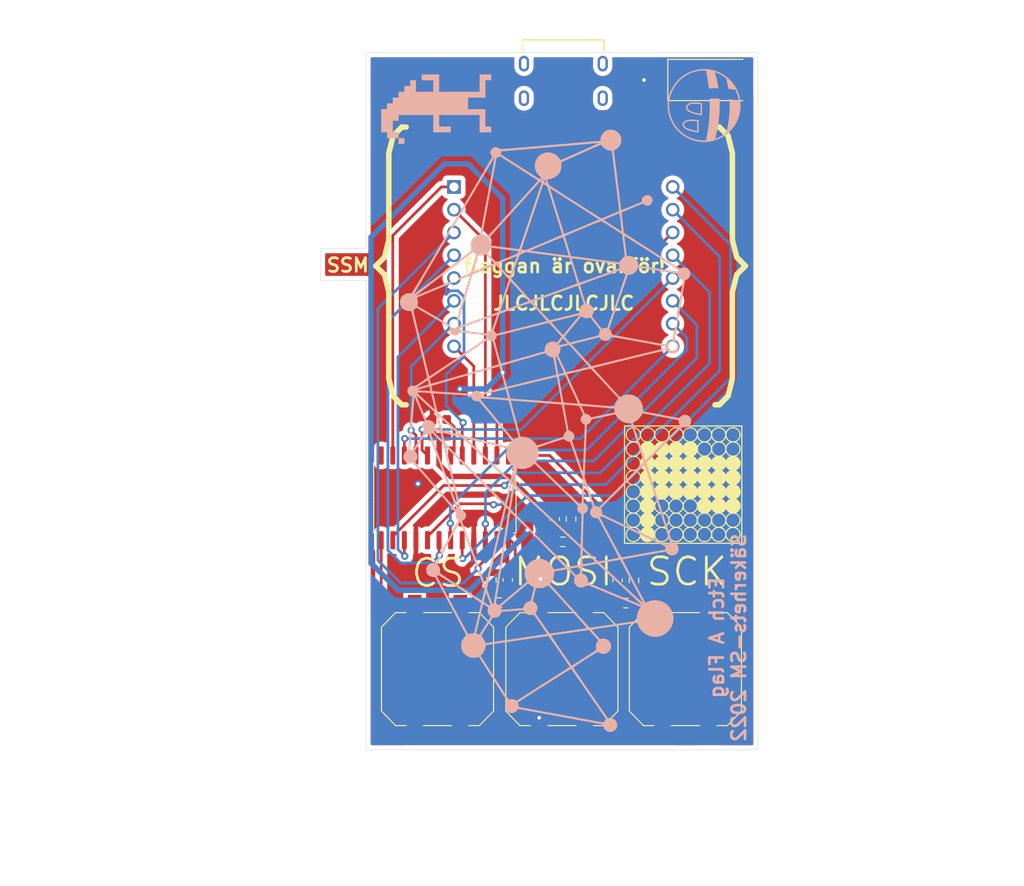
<source format=kicad_pcb>
(kicad_pcb (version 20211014) (generator pcbnew)
  (layers (0 "F.Cu" signal) (31 "B.Cu" signal) (34 "B.Paste" user) (35 "F.Paste" user) (36 "B.SilkS" user "B.Silkscreen") (37 "F.SilkS" user "F.Silkscreen") (38 "B.Mask" user) (39 "F.Mask" user) (44 "Edge.Cuts" user))
  (net 0 "")
  (net 1 "GND")
  (net 2 "VCC")
  (net 3 "MOSI")
  (net 4 "SCK")
  (net 5 "c8")
  (net 6 "c7")
  (net 7 "r2")
  (net 8 "c1")
  (net 9 "c6")
  (net 10 "c4")
  (net 11 "r1")
  (net 12 "r3")
  (net 13 "c5")
  (net 14 "r8")
  (net 15 "c3")
  (net 16 "c2")
  (net 17 "r7")
  (net 18 "Net-(R1-Pad1)")
  (net 20 "CS")
  (net 21 "Net-(R2-Pad1)")
  (net 22 "Net-(R4-Pad1)")
  (net 23 "Net-(R6-Pad1)")
  (net 24 "r5")
  (net 25 "r6")
  (net 26 "r4")
  (footprint "Capacitor_SMD:C_0603_1608Metric_Pad1.08x0.95mm_HandSolder" (layer "F.Cu") (at 132.6 126.4 90)
    (fp_text reference "C1" hide)
    (fp_text value "100n")
  )
  (footprint "Capacitor_SMD:C_0603_1608Metric_Pad1.08x0.95mm_HandSolder" (layer "F.Cu") (at 125.7 119.674 90)
    (fp_text reference "C2" hide)
    (fp_text value "100n")
  )
  (footprint "Capacitor_SMD:C_0603_1608Metric_Pad1.08x0.95mm_HandSolder" (layer "F.Cu") (at 120.55 126.35 90)
    (fp_text reference "C3" hide)
    (fp_text value "100n")
  )
  (footprint "Resistor_SMD:R_0603_1608Metric_Pad0.98x0.95mm_HandSolder" (layer "F.Cu") (at 113.85 109.6625 -90)
    (fp_text reference "R1" hide)
    (fp_text value "60k")
  )
  (footprint "Resistor_SMD:R_0603_1608Metric_Pad0.98x0.95mm_HandSolder" (layer "F.Cu") (at 134.4 126.4125 90)
    (fp_text reference "R2" hide)
    (fp_text value "1k")
  )
  (footprint "Resistor_SMD:R_0603_1608Metric_Pad0.98x0.95mm_HandSolder" (layer "F.Cu") (at 133.5 128.9 180)
    (fp_text reference "R3" hide)
    (fp_text value "1k")
  )
  (footprint "Resistor_SMD:R_0603_1608Metric_Pad0.98x0.95mm_HandSolder" (layer "F.Cu") (at 127.5 119.674 90)
    (fp_text reference "R4" hide)
    (fp_text value "1k")
  )
  (footprint "Resistor_SMD:R_0603_1608Metric_Pad0.98x0.95mm_HandSolder" (layer "F.Cu") (at 126.6 122.174 180)
    (fp_text reference "R5" hide)
    (fp_text value "1k")
  )
  (footprint "Resistor_SMD:R_0603_1608Metric_Pad0.98x0.95mm_HandSolder" (layer "F.Cu") (at 118.75 126.35 90)
    (fp_text reference "R6" hide)
    (fp_text value "1k")
  )
  (footprint "Resistor_SMD:R_0603_1608Metric_Pad0.98x0.95mm_HandSolder" (layer "F.Cu") (at 119.6375 128.85)
    (fp_text reference "R7" hide)
    (fp_text value "1k")
  )
  (footprint "personal:8x8_1.25_dot_matrix" (layer "F.Cu") (at 126.65 91.95)
    (fp_text reference "DS1" hide)
    (fp_text value "TA08-81GWA")
  )
  (footprint "Package_SO:SOP-24_7.5x15.4mm_P1.27mm" (layer "F.Cu") (at 113.65 117.35 90)
    (fp_text reference "U2" hide)
    (fp_text value "MAX7219")
  )
  (footprint "Capacitor_Tantalum_SMD:CP_EIA-7343-43_Kemet-X_Pad2.25x2.55mm_HandSolder" (layer "F.Cu") (at 142.7 71.5)
    (fp_text reference "C5" hide)
    (fp_text value "100u")
  )
  (footprint "Capacitor_SMD:C_0603_1608Metric_Pad1.08x0.95mm_HandSolder" (layer "F.Cu") (at 112.25 109.6625 -90)
    (fp_text reference "C6" hide)
    (fp_text value "100n")
  )
  (footprint "personal:GCT_USB4125-GF-A_REVA2" (layer "F.Cu") (at 126.65 70.5 180)
    (fp_text reference "J1" hide)
    (fp_text value "USB_C_Receptacle_USB2.0")
  )
  (footprint "My Stuff:Fla" (layer "F.Cu") (at 139.8 115.9)
    (fp_text reference "G***" hide)
    (fp_text value "LOGO" hide)
  )
  (footprint "Button_Switch_SMD:SW_Push_1P1T_NO_CK_PTS125Sx43PSMTR" (layer "F.Cu") (at 140.042 136.144 -90)
    (fp_text reference "SW_CK1" hide)
    (fp_text value "SW_Push")
  )
  (footprint "Button_Switch_SMD:SW_Push_1P1T_NO_CK_PTS125Sx43PSMTR" (layer "F.Cu") (at 126.492 136.144 -90)
    (fp_text reference "SW_MOSI2" hide)
    (fp_text value "SW_Push")
  )
  (footprint "Button_Switch_SMD:SW_Push_1P1T_NO_CK_PTS125Sx43PSMTR" (layer "F.Cu") (at 112.842 136.144 -90)
    (fp_text reference "SW_CS3" hide)
    (fp_text value "SW_Push")
  )
  (footprint "My Stuff:ssm" (layer "B.Cu") (at 124.829719 110.398446 -90)
    (fp_text reference "G***" hide)
    (fp_text value "LOGO" hide)
  )
  (footprint "personal:Knut_Big_SilkScreen" (layer "B.Cu") (at 113.0175 74.065 -90)
    (fp_text reference "G***" hide)
    (fp_text value "LOGO" hide)
  )
  (footprint "My Stuff:Mateusz" (layer "B.Cu") (at 142.1 74.3 -90)
    (fp_text reference "G***" hide)
    (fp_text value "LOGO" hide)
  )
  (gr_line (start 105 145) (end 148 145) (layer "Edge.Cuts") (width 0.05))
  (gr_line (start 105 93.5) (end 105 145) (layer "Edge.Cuts") (width 0.05))
  (gr_line (start 148 68.5) (end 105 68.5) (layer "Edge.Cuts") (width 0.05))
  (gr_line (start 148 145) (end 148 68.5) (layer "Edge.Cuts") (width 0.05))
  (gr_line (start 100 90) (end 100 93.5) (layer "Edge.Cuts") (width 0.05))
  (gr_line (start 105 68.5) (end 105 90) (layer "Edge.Cuts") (width 0.05))
  (gr_line (start 105 90) (end 100 90) (layer "Edge.Cuts") (width 0.05))
  (gr_line (start 105 93.5) (end 100 93.5) (layer "Edge.Cuts") (width 0.05))
  (gr_text "Etch A Flag\nSäkerhets-SM 2022" (at 144.7 132.7 90) (layer "B.SilkS") (effects (font (size 1.5 1.5) (thickness 0.3)) (justify mirror)))
  (gr_text "flaggan är ovanför!" (at 126.8 91.9) (layer "F.SilkS") (effects (font (size 1.5 1.5) (thickness 0.3))))
  (gr_text "JLCJLCJLCJLC" (at 126.7 96) (layer "F.SilkS") (effects (font (size 1.5 1.5) (thickness 0.3))))
  (gr_text "{" (at 107.5 90.3) (layer "F.SilkS") (effects (font (size 20 10) (thickness 0.6))))
  (gr_text "SSM" (at 103 91.821) (layer "F.SilkS") (effects (font (size 1.5 1.5) (thickness 0.3))))
  (gr_text "CS" (at 112.9 125.6) (layer "F.SilkS") (effects (font (size 3 3) (thickness 0.3))))
  (gr_text "SCK" (at 140.2 125.45) (layer "F.SilkS") (effects (font (size 3 3) (thickness 0.3))))
  (gr_text "MOSI" (at 126.65 125.45) (layer "F.SilkS") (effects (font (size 3 3) (thickness 0.3))))
  (gr_text "{" (at 145.2 93.5 -180) (layer "F.SilkS") (effects (font (size 20 10) (thickness 0.6))))
  (segment (start 127.5125 118.749) (end 125.7125 118.749) (width 0.6) (layer "F.Cu") (net 1))
  (segment (start 115.8 125.3) (end 116.825 124.275) (width 0.6) (layer "F.Cu") (net 1))
  (segment (start 132.6 125.575) (end 134.325 125.575) (width 0.6) (layer "F.Cu") (net 1))
  (segment (start 117.9875 126.2) (end 116.7 126.2) (width 0.6) (layer "F.Cu") (net 1))
  (segment (start 116.825 124.275) (end 116.825 122) (width 0.6) (layer "F.Cu") (net 1))
  (segment (start 116.7 126.2) (end 115.8 125.3) (width 0.6) (layer "F.Cu") (net 1))
  (segment (start 118.75 125.4375) (end 117.9875 126.2) (width 0.6) (layer "F.Cu") (net 1))
  (segment (start 134.325 125.575) (end 134.4 125.5) (width 0.3) (layer "F.Cu") (net 1))
  (via (at 110.7 115.8) (size 0.8) (drill 0.4) (layers "F.Cu" "B.Cu") (net 1))
  (via (at 115.3 105.4) (size 0.8) (drill 0.4) (layers "F.Cu" "B.Cu") (net 1))
  (via (at 120 103.6) (size 0.8) (drill 0.4) (layers "F.Cu" "B.Cu") (net 1))
  (via (at 122.7 120.9) (size 0.8) (drill 0.4) (layers "F.Cu" "B.Cu") (net 1))
  (segment (start 105.55048 88.74952) (end 113.6 80.7) (width 0.6) (layer "B.Cu") (net 1))
  (segment (start 116.2 80.7) (end 120 84.5) (width 0.6) (layer "B.Cu") (net 1))
  (segment (start 113.6 80.7) (end 116.2 80.7) (width 0.6) (layer "B.Cu") (net 1))
  (segment (start 115.3 105.4) (end 118.2 105.4) (width 0.6) (layer "B.Cu") (net 1))
  (segment (start 122.7 120.9) (end 122.7 121.166576) (width 0.6) (layer "B.Cu") (net 1))
  (segment (start 116.366576 127.5) (end 108.540979 127.5) (width 0.6) (layer "B.Cu") (net 1))
  (segment (start 118.2 105.4) (end 120 103.6) (width 0.6) (layer "B.Cu") (net 1))
  (segment (start 122.7 121.166576) (end 116.366576 127.5) (width 0.6) (layer "B.Cu") (net 1))
  (segment (start 120 84.5) (end 120 103.6) (width 0.6) (layer "B.Cu") (net 1))
  (segment (start 105.55048 124.509501) (end 105.55048 88.74952) (width 0.6) (layer "B.Cu") (net 1))
  (segment (start 108.540979 127.5) (end 105.55048 124.509501) (width 0.6) (layer "B.Cu") (net 1))
  (segment (start 113.015 112.7) (end 113.015 110.585) (width 0.6) (layer "F.Cu") (net 2))
  (segment (start 128.17 72.8) (end 128.17 73.58) (width 0.6) (layer "F.Cu") (net 2))
  (segment (start 113.015 113.715) (end 113.015 112.7) (width 0.6) (layer "F.Cu") (net 2))
  (segment (start 125.13 72.76) (end 125.69 72.2) (width 0.6) (layer "F.Cu") (net 2))
  (segment (start 135.5 71.5) (end 131.90048 75.09952) (width 0.6) (layer "F.Cu") (net 2))
  (segment (start 112.158 141.478) (end 124 141.478) (width 0.6) (layer "F.Cu") (net 2))
  (segment (start 113.015 110.585) (end 113.075 110.525) (width 0.6) (layer "F.Cu") (net 2))
  (segment (start 113.785481 110.533091) (end 113.785481 110.575) (width 0.6) (layer "F.Cu") (net 2))
  (segment (start 128.17 74.47) (end 128.17 73.58) (width 0.6) (layer "F.Cu") (net 2))
  (segment (start 125.808 141.478) (end 124.206 141.478) (width 0.6) (layer "F.Cu") (net 2))
  (segment (start 135.726 141.478) (end 125.808 141.478) (width 0.6) (layer "F.Cu") (net 2))
  (segment (start 128.79952 75.09952) (end 128.17 74.47) (width 0.6) (layer "F.Cu") (net 2))
  (segment (start 131.90048 75.09952) (end 128.79952 75.09952) (width 0.6) (layer "F.Cu") (net 2))
  (segment (start 113.075 110.525) (end 113.77739 110.525) (width 0.6) (layer "F.Cu") (net 2))
  (segment (start 137.542 143.294) (end 135.726 141.478) (width 0.6) (layer "F.Cu") (net 2))
  (segment (start 110.342 143.294) (end 112.158 141.478) (width 0.6) (layer "F.Cu") (net 2))
  (segment (start 120.614012 115.000489) (end 114.300489 115.000489) (width 0.6) (layer "F.Cu") (net 2))
  (segment (start 114.300489 115.000489) (end 113.015 113.715) (width 0.6) (layer "F.Cu") (net 2))
  (segment (start 124.15 129.7) (end 124.15 126.25) (width 0.6) (layer "F.Cu") (net 2))
  (segment (start 127.57 72.2) (end 128.17 72.8) (width 0.6) (layer "F.Cu") (net 2))
  (segment (start 124.15 126.25) (end 124.15 118.536477) (width 0.6) (layer "F.Cu") (net 2))
  (segment (start 123.992 141.486) (end 124 141.478) (width 0.6) (layer "F.Cu") (net 2))
  (segment (start 113.77739 110.525) (end 113.785481 110.533091) (width 0.6) (layer "F.Cu") (net 2))
  (segment (start 125.13 73.58) (end 125.13 72.76) (width 0.6) (layer "F.Cu") (net 2))
  (segment (start 125.69 72.2) (end 127.57 72.2) (width 0.6) (layer "F.Cu") (net 2))
  (segment (start 124.15 118.536477) (end 120.614012 115.000489) (width 0.6) (layer "F.Cu") (net 2))
  (segment (start 123.992 143.294) (end 123.992 141.486) (width 0.6) (layer "F.Cu") (net 2))
  (segment (start 112.25 110.525) (end 113.075 110.525) (width 0.6) (layer "F.Cu") (net 2))
  (segment (start 135.5 71.5) (end 139.5 71.5) (width 0.6) (layer "F.Cu") (net 2))
  (via (at 124.15 126.25) (size 0.8) (drill 0.4) (layers "F.Cu" "B.Cu") (net 2))
  (via (at 135.5 71.5) (size 0.8) (drill 0.4) (layers "F.Cu" "B.Cu") (net 2))
  (via (at 124 141.478) (size 0.8) (drill 0.4) (layers "F.Cu" "B.Cu") (net 2))
  (segment (start 108.712 130.81) (end 106.665 128.763) (width 0.3) (layer "F.Cu") (net 3))
  (segment (start 125.73 128.005) (end 125.73 129.794) (width 0.3) (layer "F.Cu") (net 3))
  (segment (start 125.7 127.975) (end 125.73 128.005) (width 0.3) (layer "F.Cu") (net 3))
  (segment (start 125.6875 120.599) (end 125.7125 120.574) (width 0.3) (layer "F.Cu") (net 3))
  (segment (start 124.714 130.81) (end 108.712 130.81) (width 0.3) (layer "F.Cu") (net 3))
  (segment (start 106.665 128.763) (end 106.665 122) (width 0.3) (layer "F.Cu") (net 3))
  (segment (start 125.7 121.0445) (end 125.7 127.975) (width 0.3) (layer "F.Cu") (net 3))
  (segment (start 125.73 129.794) (end 124.714 130.81) (width 0.3) (layer "F.Cu") (net 3))
  (segment (start 132.6 127.2625) (end 130.3 124.9625) (width 0.3) (layer "F.Cu") (net 4))
  (segment (start 130.3 124.9625) (end 130.3 119.886) (width 0.3) (layer "F.Cu") (net 4))
  (segment (start 130.302 117.856) (end 125.146 112.7) (width 0.3) (layer "F.Cu") (net 4))
  (segment (start 130.302 119.884) (end 130.302 117.856) (width 0.3) (layer "F.Cu") (net 4))
  (segment (start 132.5875 128.9) (end 132.5875 127.2375) (width 0.3) (layer "F.Cu") (net 4))
  (segment (start 125.146 112.7) (end 120.635 112.7) (width 0.3) (layer "F.Cu") (net 4))
  (segment (start 130.3 119.886) (end 130.302 119.884) (width 0.3) (layer "F.Cu") (net 4))
  (segment (start 132.5875 127.2375) (end 132.6 127.225) (width 0.3) (layer "F.Cu") (net 4))
  (segment (start 115.555 112.7) (end 115.555 109.1955) (width 0.3) (layer "F.Cu") (net 5))
  (segment (start 115.555 109.1955) (end 115.65 109.1005) (width 0.3) (layer "F.Cu") (net 5))
  (via (at 115.65 109.1005) (size 0.8) (drill 0.4) (layers "F.Cu" "B.Cu") (net 5))
  (segment (start 115.65 109.1005) (end 113.8 107.2505) (width 0.3) (layer "B.Cu") (net 5))
  (segment (start 113.8 95.025056) (end 113.8 94.08) (width 0.3) (layer "B.Cu") (net 5))
  (segment (start 115.105433 94.630489) (end 114.194567 94.630489) (width 0.3) (layer "B.Cu") (net 5))
  (segment (start 115.749511 101.850489) (end 115.749511 95.274567) (width 0.3) (layer "B.Cu") (net 5))
  (segment (start 113.8 103.8) (end 115.749511 101.850489) (width 0.3) (layer "B.Cu") (net 5))
  (segment (start 113.8 94.08) (end 114.65 93.23) (width 0.3) (layer "B.Cu") (net 5))
  (segment (start 113.8 107.2505) (end 113.8 103.8) (width 0.3) (layer "B.Cu") (net 5))
  (segment (start 114.194567 94.630489) (end 113.8 95.025056) (width 0.3) (layer "B.Cu") (net 5))
  (segment (start 115.749511 95.274567) (end 115.105433 94.630489) (width 0.3) (layer "B.Cu") (net 5))
  (segment (start 118.095 108.355) (end 118.095 108.395) (width 0.3) (layer "F.Cu") (net 6))
  (segment (start 118.095 108.395) (end 118.095 112.7) (width 0.3) (layer "F.Cu") (net 6))
  (segment (start 118.15 108.3) (end 118.095 108.355) (width 0.3) (layer "F.Cu") (net 6))
  (segment (start 118.095 89.175) (end 114.65 85.73) (width 0.3) (layer "F.Cu") (net 6))
  (segment (start 118.095 108.395) (end 118.095 89.175) (width 0.3) (layer "F.Cu") (net 6))
  (segment (start 119.365 122.835) (end 119.365 122) (width 0.3) (layer "F.Cu") (net 7))
  (segment (start 117.3 125.1) (end 117.3 124.9) (width 0.3) (layer "F.Cu") (net 7))
  (segment (start 117.3 124.9) (end 119.365 122.835) (width 0.3) (layer "F.Cu") (net 7))
  (via (at 117.3 125.1) (size 0.8) (drill 0.4) (layers "F.Cu" "B.Cu") (net 7))
  (segment (start 106.3 96.58) (end 114.65 88.23) (width 0.3) (layer "B.Cu") (net 7))
  (segment (start 108.80096 126.7) (end 106.3 124.19904) (width 0.3) (layer "B.Cu") (net 7))
  (segment (start 117.3 125.1) (end 115.7 126.7) (width 0.3) (layer "B.Cu") (net 7))
  (segment (start 115.7 126.7) (end 108.80096 126.7) (width 0.3) (layer "B.Cu") (net 7))
  (segment (start 106.3 124.19904) (end 106.3 96.58) (width 0.3) (layer "B.Cu") (net 7))
  (segment (start 109.205 110.895) (end 109.25 110.85) (width 0.3) (layer "F.Cu") (net 8))
  (segment (start 109.205 112.7) (end 109.205 110.895) (width 0.3) (layer "F.Cu") (net 8))
  (via (at 109.25 110.85) (size 0.8) (drill 0.4) (layers "F.Cu" "B.Cu") (net 8))
  (segment (start 128.53 110.85) (end 138.65 100.73) (width 0.3) (layer "B.Cu") (net 8))
  (segment (start 109.25 110.85) (end 128.53 110.85) (width 0.3) (layer "B.Cu") (net 8))
  (segment (start 110.475 112.7) (end 110.475 110.475) (width 0.3) (layer "F.Cu") (net 9))
  (segment (start 110.475 110.475) (end 109.95 109.95) (width 0.3) (layer "F.Cu") (net 9))
  (via (at 109.95 109.95) (size 0.8) (drill 0.4) (layers "F.Cu" "B.Cu") (net 9))
  (segment (start 109.95 102.93) (end 114.65 98.23) (width 0.3) (layer "B.Cu") (net 9))
  (segment (start 109.95 109.95) (end 109.95 102.93) (width 0.3) (layer "B.Cu") (net 9))
  (segment (start 111.745 112.7) (end 111.15 112.105) (width 0.3) (layer "F.Cu") (net 10))
  (segment (start 111.15 112.105) (end 111.15 109.85) (width 0.3) (layer "F.Cu") (net 10))
  (via (at 111.15 109.85) (size 0.8) (drill 0.4) (layers "F.Cu" "B.Cu") (net 10))
  (segment (start 111.15 109.85) (end 122.03 109.85) (width 0.3) (layer "B.Cu") (net 10))
  (segment (start 122.03 109.85) (end 138.65 93.23) (width 0.3) (layer "B.Cu") (net 10))
  (segment (start 107.935 121.58125) (end 107.935 122) (width 0.3) (layer "F.Cu") (net 11))
  (segment (start 120.2 116) (end 113.51625 116) (width 0.3) (layer "F.Cu") (net 11))
  (segment (start 113.51625 116) (end 107.935 121.58125) (width 0.3) (layer "F.Cu") (net 11))
  (via (at 120.2 116) (size 0.8) (drill 0.4) (layers "F.Cu" "B.Cu") (net 11))
  (segment (start 142.7 102.6) (end 142.7 94.78) (width 0.3) (layer "B.Cu") (net 11))
  (segment (start 120.2 116) (end 121.6 114.6) (width 0.3) (layer "B.Cu") (net 11))
  (segment (start 121.6 114.6) (end 130.7 114.6) (width 0.3) (layer "B.Cu") (net 11))
  (segment (start 142.7 94.78) (end 138.65 90.73) (width 0.3) (layer "B.Cu") (net 11))
  (segment (start 130.7 114.6) (end 142.7 102.6) (width 0.3) (layer "B.Cu") (net 11))
  (segment (start 113.015 122) (end 113.015 123.615) (width 0.3) (layer "F.Cu") (net 12))
  (segment (start 113.015 123.615) (end 113.05 123.65) (width 0.3) (layer "F.Cu") (net 12))
  (via (at 113.05 123.65) (size 0.8) (drill 0.4) (layers "F.Cu" "B.Cu") (net 12))
  (segment (start 107.4 123.1) (end 107.4 97.98) (width 0.3) (layer "B.Cu") (net 12))
  (segment (start 107.4 97.98) (end 114.65 90.73) (width 0.3) (layer "B.Cu") (net 12))
  (segment (start 108.799511 124.499511) (end 107.4 123.1) (width 0.3) (layer "B.Cu") (net 12))
  (segment (start 112.200489 124.499511) (end 108.799511 124.499511) (width 0.3) (layer "B.Cu") (net 12))
  (segment (start 113.05 123.65) (end 112.200489 124.499511) (width 0.3) (layer "B.Cu") (net 12))
  (segment (start 107.935 88.565) (end 113.27 83.23) (width 0.3) (layer "F.Cu") (net 13))
  (segment (start 107.935 112.7) (end 107.935 88.565) (width 0.3) (layer "F.Cu") (net 13))
  (segment (start 113.27 83.23) (end 114.65 83.23) (width 0.3) (layer "F.Cu") (net 13))
  (segment (start 115.555 123.955) (end 115.6 124) (width 0.3) (layer "F.Cu") (net 14))
  (segment (start 115.555 122) (end 115.555 123.955) (width 0.3) (layer "F.Cu") (net 14))
  (via (at 115.6 124) (size 0.8) (drill 0.4) (layers "F.Cu" "B.Cu") (net 14))
  (segment (start 145 89.58) (end 138.65 83.23) (width 0.3) (layer "B.Cu") (net 14))
  (segment (start 122.500489 117.299511) (end 122.560459 117.299511) (width 0.3) (layer "B.Cu") (net 14))
  (segment (start 115.6 124) (end 115.8 124) (width 0.3) (layer "B.Cu") (net 14))
  (segment (start 132.1 117.1) (end 145 104.2) (width 0.3) (layer "B.Cu") (net 14))
  (segment (start 145 104.2) (end 145 89.58) (width 0.3) (layer "B.Cu") (net 14))
  (segment (start 115.8 124) (end 122.500489 117.299511) (width 0.3) (layer "B.Cu") (net 14))
  (segment (start 122.75997 117.1) (end 132.1 117.1) (width 0.3) (layer "B.Cu") (net 14))
  (segment (start 122.560459 117.299511) (end 122.75997 117.1) (width 0.3) (layer "B.Cu") (net 14))
  (segment (start 116.825 102.905) (end 114.65 100.73) (width 0.3) (layer "F.Cu") (net 15))
  (segment (start 116.825 112.7) (end 116.825 102.905) (width 0.3) (layer "F.Cu") (net 15))
  (segment (start 119.365 107.515) (end 138.65 88.23) (width 0.3) (layer "F.Cu") (net 16))
  (segment (start 119.365 112.7) (end 119.365 107.515) (width 0.3) (layer "F.Cu") (net 16))
  (segment (start 138.47 88.23) (end 138.65 88.23) (width 0.3) (layer "B.Cu") (net 16))
  (segment (start 115.32625 118) (end 111.745 121.58125) (width 0.3) (layer "F.Cu") (net 17))
  (segment (start 111.745 121.58125) (end 111.745 122) (width 0.3) (layer "F.Cu") (net 17))
  (segment (start 118.9 118) (end 115.32625 118) (width 0.3) (layer "F.Cu") (net 17))
  (segment (start 119 118.1) (end 118.9 118) (width 0.3) (layer "F.Cu") (net 17))
  (via (at 119 118.1) (size 0.8) (drill 0.4) (layers "F.Cu" "B.Cu") (net 17))
  (segment (start 143.8 103.4) (end 143.8 90.88) (width 0.3) (layer "B.Cu") (net 17))
  (segment (start 122 115.9) (end 131.3 115.9) (width 0.3) (layer "B.Cu") (net 17))
  (segment (start 143.8 90.88) (end 138.65 85.73) (width 0.3) (layer "B.Cu") (net 17))
  (segment (start 119 118.1) (end 119.8 118.1) (width 0.3) (layer "B.Cu") (net 17))
  (segment (start 119.8 118.1) (end 122 115.9) (width 0.3) (layer "B.Cu") (net 17))
  (segment (start 131.3 115.9) (end 143.8 103.4) (width 0.3) (layer "B.Cu") (net 17))
  (segment (start 113.85 108.75) (end 114.67452 109.57452) (width 0.3) (layer "F.Cu") (net 18))
  (segment (start 114.67452 109.57452) (end 114.67452 112.31048) (width 0.3) (layer "F.Cu") (net 18))
  (segment (start 114.67452 112.31048) (end 114.285 112.7) (width 0.3) (layer "F.Cu") (net 18))
  (segment (start 121.37452 126.38798) (end 121.37452 122.53952) (width 0.3) (layer "F.Cu") (net 20))
  (segment (start 121.37452 122.53952) (end 120.635 121.8) (width 0.3) (layer "F.Cu") (net 20))
  (segment (start 120.55 127.35) (end 120.55 128.85) (width 0.3) (layer "F.Cu") (net 20))
  (segment (start 120.55 127.2125) (end 121.37452 126.38798) (width 0.3) (layer "F.Cu") (net 20))
  (segment (start 134.4125 127.2375) (end 134.4 127.225) (width 0.3) (layer "F.Cu") (net 21))
  (segment (start 135.768011 127.544489) (end 141.092489 127.544489) (width 0.3) (layer "F.Cu") (net 21))
  (segment (start 134.4125 128.9) (end 135.768011 127.544489) (width 0.3) (layer "F.Cu") (net 21))
  (segment (start 134.4125 128.9) (end 134.4125 127.2375) (width 0.3) (layer "F.Cu") (net 21))
  (segment (start 141.092489 127.544489) (end 142.542 128.994) (width 0.3) (layer "F.Cu") (net 21))
  (segment (start 127.5125 122.174) (end 127.5125 120.474) (width 0.3) (layer "F.Cu") (net 22))
  (segment (start 129.15 129.7) (end 127.5125 128.0625) (width 0.3) (layer "F.Cu") (net 22))
  (segment (start 127.5125 128.0625) (end 127.5125 122.682) (width 0.3) (layer "F.Cu") (net 22))
  (segment (start 118.75 128.825) (end 118.725 128.85) (width 0.3) (layer "F.Cu") (net 23))
  (segment (start 115.342 128.994) (end 118.581 128.994) (width 0.3) (layer "F.Cu") (net 23))
  (segment (start 118.581 128.994) (end 118.725 128.85) (width 0.3) (layer "F.Cu") (net 23))
  (segment (start 118.75 127.35) (end 118.75 128.825) (width 0.3) (layer "F.Cu") (net 23))
  (segment (start 109.205 122) (end 109.205 123.705) (width 0.3) (layer "F.Cu") (net 24))
  (segment (start 109.205 123.705) (end 109.25 123.75) (width 0.3) (layer "F.Cu") (net 24))
  (via (at 109.25 123.75) (size 0.8) (drill 0.4) (layers "F.Cu" "B.Cu") (net 24))
  (segment (start 109.25 123.75) (end 108.500489 123.000489) (width 0.3) (layer "B.Cu") (net 24))
  (segment (start 108.500489 123.000489) (end 108.500489 101.879511) (width 0.3) (layer "B.Cu") (net 24))
  (segment (start 108.500489 101.879511) (end 114.65 95.73) (width 0.3) (layer "B.Cu") (net 24))
  (segment (start 118.1 120.2) (end 118.095 120.205) (width 0.3) (layer "F.Cu") (net 25))
  (segment (start 118.095 120.205) (end 118.095 122) (width 0.3) (layer "F.Cu") (net 25))
  (via (at 118.1 120.2) (size 0.8) (drill 0.4) (layers "F.Cu" "B.Cu") (net 25))
  (segment (start 121.6 113.3) (end 130 113.3) (width 0.3) (layer "B.Cu") (net 25))
  (segment (start 141.3 102) (end 141.3 98.38) (width 0.3) (layer "B.Cu") (net 25))
  (segment (start 118.1 116.8) (end 121.6 113.3) (width 0.3) (layer "B.Cu") (net 25))
  (segment (start 118.1 120.2) (end 118.1 116.8) (width 0.3) (layer "B.Cu") (net 25))
  (segment (start 141.3 98.38) (end 138.65 95.73) (width 0.3) (layer "B.Cu") (net 25))
  (segment (start 130 113.3) (end 141.3 102) (width 0.3) (layer "B.Cu") (net 25))
  (segment (start 114.25 121.965) (end 114.285 122) (width 0.3) (layer "F.Cu") (net 26))
  (segment (start 114.25 120.15) (end 114.25 121.965) (width 0.3) (layer "F.Cu") (net 26))
  (via (at 114.25 120.15) (size 0.8) (drill 0.4) (layers "F.Cu" "B.Cu") (net 26))
  (segment (start 114.25 118.25) (end 120.4 112.1) (width 0.3) (layer "B.Cu") (net 26))
  (segment (start 140.2 101.1) (end 140.2 99.78) (width 0.3) (layer "B.Cu") (net 26))
  (segment (start 140.2 99.78) (end 138.65 98.23) (width 0.3) (layer "B.Cu") (net 26))
  (segment (start 129.2 112.1) (end 140.2 101.1) (width 0.3) (layer "B.Cu") (net 26))
  (segment (start 120.4 112.1) (end 129.2 112.1) (width 0.3) (layer "B.Cu") (net 26))
  (segment (start 114.25 120.15) (end 114.25 118.25) (width 0.3) (layer "B.Cu") (net 26))
  (zone (net 1) (net_name "GND") (layer "F.Cu") (connect_pads (clearance 0.508)) (min_thickness 0.254) (fill yes (thermal_gap 0.508) (thermal_bridge_width 0.508))
    (polygon (pts (xy 177.165 64.135) (xy 175.26 158.195) (xy 68.870338 159.356256) (xy 65.695338 64.661256)))
  )
  (zone (net 2) (net_name "VCC") (layer "B.Cu") (connect_pads (clearance 0.508)) (min_thickness 0.254) (fill yes (thermal_gap 0.508) (thermal_bridge_width 0.508))
    (polygon (pts (xy 177.208195 62.718415) (xy 175.303195 158.778415) (xy 68.007078 159.945414) (xy 64.832078 63.250414)))
  )
)
</source>
